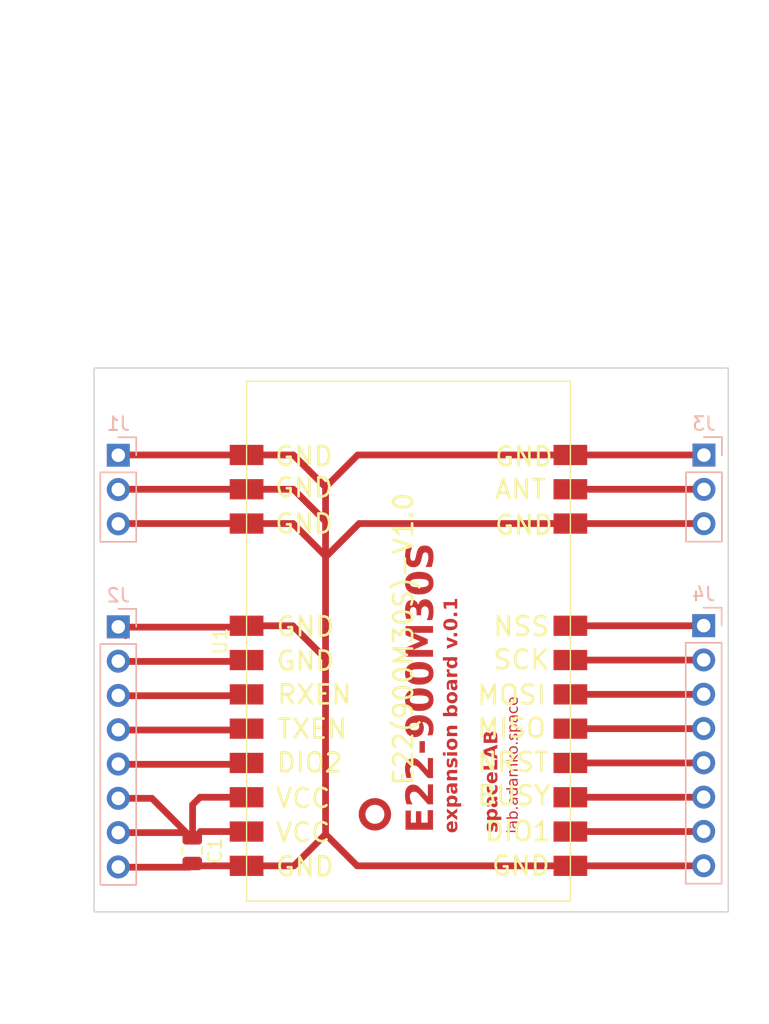
<source format=kicad_pcb>
(kicad_pcb (version 20240108) (generator "pcbnew") (generator_version "8.0")
  (layers (0 "F.Cu" signal) (31 "B.Cu" signal) (34 "B.Paste" user) (35 "F.Paste" user) (36 "B.SilkS" user "B.Silkscreen") (37 "F.SilkS" user "F.Silkscreen") (38 "B.Mask" user) (39 "F.Mask" user) (44 "Edge.Cuts" user))
  (net 0 "")
  (net 1 "/GND")
  (net 2 "/VCC")
  (net 3 "/TXEN")
  (net 4 "/DIO2")
  (net 5 "/RXEN")
  (net 6 "/ANT")
  (net 7 "/SCK")
  (net 8 "/NSS")
  (net 9 "/DIO1")
  (net 10 "/MOSI")
  (net 11 "/NRST")
  (net 12 "/MISO")
  (net 13 "/BUSY")
  (footprint "Capacitor_SMD:C_0805_2012Metric" (layer "F.Cu") (at 220.853 144.1958 -90)
    (property "Reference" "C1" (at 0 -1.68 -90) (layer "F.SilkS"))
    (property "Value" "100nf")
    (fp_line (start -0.261252 0.735) (end 0.261252 0.735) (stroke (width 0.12)) (layer "F.SilkS"))
    (fp_line (start -0.261252 -0.735) (end 0.261252 -0.735) (stroke (width 0.12)) (layer "F.SilkS"))
    (pad "1" smd roundrect (at -0.95 0 270) (size 1 1.45) (layers "F.Cu" "F.Paste" "F.Mask") (net 2 "/VCC"))
    (pad "2" smd roundrect (at 0.95 0 270) (size 1 1.45) (layers "F.Cu" "F.Paste" "F.Mask") (net 1 "/GND"))
  )
  (footprint "e22:PE22(400M30S)" (layer "F.Cu") (at 224.88 114.89 90)
    (property "Reference" "U1" (at -13.79 -1.95 90) (layer "F.SilkS"))
    (property "Value" "e22900m30s" (hide yes))
    (fp_line (start -33.04 0) (end 5.46 0) (stroke (width 0.1)) (layer "F.SilkS"))
    (fp_line (start 5.46 24) (end 5.46 0) (stroke (width 0.1)) (layer "F.SilkS"))
    (fp_line (start -33.04 24) (end -33.04 0) (stroke (width 0.1)) (layer "F.SilkS"))
    (fp_line (start -33.04 24) (end 5.46 24) (stroke (width 0.1)) (layer "F.SilkS"))
    (fp_text user "MOSI" (at -18.58797 16.9788 0) (layer "F.SilkS") (effects (font (size 1.4 1.4) (thickness 0.2)) (justify left bottom)))
    (fp_text user "DIO2" (at -23.60983 2.11724 0) (layer "F.SilkS") (effects (font (size 1.4 1.4) (thickness 0.2)) (justify left bottom)))
    (fp_text user "GND" (at -16.07045 2.09595 0) (layer "F.SilkS") (effects (font (size 1.4 1.4) (thickness 0.2)) (justify left bottom)))
    (fp_text user "E22(900M30S)-V1.0" (at -24.599 12.4495 90) (layer "F.SilkS") (effects (font (size 1.4 1.4) (thickness 0.2)) (justify left bottom)))
    (fp_text user "NRST" (at -23.57763 16.9788 0) (layer "F.SilkS") (effects (font (size 1.4 1.4) (thickness 0.2)) (justify left bottom)))
    (fp_text user "DIO1" (at -28.70328 17.5518 0) (layer "F.SilkS") (effects (font (size 1.4 1.4) (thickness 0.2)) (justify left bottom)))
    (fp_text user "GND" (at -6.0151 18.2908 0) (layer "F.SilkS") (effects (font (size 1.4 1.4) (thickness 0.2)) (justify left bottom)))
    (fp_text user "TXEN" (at -21.1067 2.1695 0) (layer "F.SilkS") (effects (font (size 1.4 1.4) (thickness 0.2)) (justify left bottom)))
    (fp_text user "GND" (at -0.9465 18.2908 0) (layer "F.SilkS") (effects (font (size 1.4 1.4) (thickness 0.2)) (justify left bottom)))
    (fp_text user "RXEN" (at -18.57357 2.1695 0) (layer "F.SilkS") (effects (font (size 1.4 1.4) (thickness 0.2)) (justify left bottom)))
    (fp_text user "VCC" (at -28.78108 2.05095 0) (layer "F.SilkS") (effects (font (size 1.4 1.4) (thickness 0.2)) (justify left bottom)))
    (fp_text user "GND" (at -0.9191 1.99095 0) (layer "F.SilkS") (effects (font (size 1.4 1.4) (thickness 0.2)) (justify left bottom)))
    (fp_text user "NSS" (at -13.52232 18.1698 0) (layer "F.SilkS") (effects (font (size 1.4 1.4) (thickness 0.2)) (justify left bottom)))
    (fp_text user "GND" (at -13.53732 2.09595 0) (layer "F.SilkS") (effects (font (size 1.4 1.4) (thickness 0.2)) (justify left bottom)))
    (fp_text user "VCC" (at -26.24795 2.05095 0) (layer "F.SilkS") (effects (font (size 1.4 1.4) (thickness 0.2)) (justify left bottom)))
    (fp_text user "MISO" (at -21.0528 16.9788 0) (layer "F.SilkS") (effects (font (size 1.4 1.4) (thickness 0.2)) (justify left bottom)))
    (fp_text user "GND" (at -31.2505 18.064 0) (layer "F.SilkS") (effects (font (size 1.4 1.4) (thickness 0.2)) (justify left bottom)))
    (fp_text user "GND" (at -3.2416 1.99095 0) (layer "F.SilkS") (effects (font (size 1.4 1.4) (thickness 0.2)) (justify left bottom)))
    (fp_text user "SCK" (at -15.98715 18.1698 0) (layer "F.SilkS") (effects (font (size 1.4 1.4) (thickness 0.2)) (justify left bottom)))
    (fp_text user "ANT" (at -3.37377 18.2908 0) (layer "F.SilkS") (effects (font (size 1.4 1.4) (thickness 0.2)) (justify left bottom)))
    (fp_text user "BUSY" (at -26.04245 16.9788 0) (layer "F.SilkS") (effects (font (size 1.4 1.4) (thickness 0.2)) (justify left bottom)))
    (fp_text user "GND" (at -5.9147 1.99095 0) (layer "F.SilkS") (effects (font (size 1.4 1.4) (thickness 0.2)) (justify left bottom)))
    (fp_text user "GND" (at -31.31421 2.05095 0) (layer "F.SilkS") (effects (font (size 1.4 1.4) (thickness 0.2)) (justify left bottom)))
    (pad "1" smd rect (at 0 0) (size 2.5 1.5) (layers "F.Cu" "F.Paste" "F.Mask") (net 1 "/GND"))
    (pad "2" smd rect (at -2.54 0) (size 2.5 1.5) (layers "F.Cu" "F.Paste" "F.Mask") (net 1 "/GND"))
    (pad "3" smd rect (at -5.08 0) (size 2.5 1.5) (layers "F.Cu" "F.Paste" "F.Mask") (net 1 "/GND"))
    (pad "4" smd rect (at -12.65 0 180) (size 2.5 1.5) (layers "F.Cu" "F.Paste" "F.Mask") (net 1 "/GND"))
    (pad "5" smd rect (at -15.19 0 180) (size 2.5 1.5) (layers "F.Cu" "F.Paste" "F.Mask") (net 1 "/GND"))
    (pad "6" smd rect (at -17.73 0 180) (size 2.5 1.5) (layers "F.Cu" "F.Paste" "F.Mask") (net 5 "/RXEN"))
    (pad "7" smd rect (at -20.27 0 180) (size 2.5 1.5) (layers "F.Cu" "F.Paste" "F.Mask") (net 3 "/TXEN"))
    (pad "8" smd rect (at -22.81 0 180) (size 2.5 1.5) (layers "F.Cu" "F.Paste" "F.Mask") (net 4 "/DIO2"))
    (pad "9" smd rect (at -25.35 0 180) (size 2.5 1.5) (layers "F.Cu" "F.Paste" "F.Mask") (net 2 "/VCC"))
    (pad "10" smd rect (at -27.89 0 180) (size 2.5 1.5) (layers "F.Cu" "F.Paste" "F.Mask") (net 2 "/VCC"))
    (pad "11" smd rect (at -30.43 0 180) (size 2.5 1.5) (layers "F.Cu" "F.Paste" "F.Mask") (net 1 "/GND"))
    (pad "12" smd rect (at -30.43 24 180) (size 2.5 1.5) (layers "F.Cu" "F.Paste" "F.Mask") (net 1 "/GND"))
    (pad "13" smd rect (at -27.89 24 180) (size 2.5 1.5) (layers "F.Cu" "F.Paste" "F.Mask") (net 9 "/DIO1"))
    (pad "14" smd rect (at -25.35 24 180) (size 2.5 1.5) (layers "F.Cu" "F.Paste" "F.Mask") (net 13 "/BUSY"))
    (pad "15" smd rect (at -22.81 24 180) (size 2.5 1.5) (layers "F.Cu" "F.Paste" "F.Mask") (net 11 "/NRST"))
    (pad "16" smd rect (at -20.27 24 180) (size 2.5 1.5) (layers "F.Cu" "F.Paste" "F.Mask") (net 12 "/MISO"))
    (pad "17" smd rect (at -17.73 24 180) (size 2.5 1.5) (layers "F.Cu" "F.Paste" "F.Mask") (net 10 "/MOSI"))
    (pad "18" smd rect (at -15.19 24 180) (size 2.5 1.5) (layers "F.Cu" "F.Paste" "F.Mask") (net 7 "/SCK"))
    (pad "19" smd rect (at -12.65 24 180) (size 2.5 1.5) (layers "F.Cu" "F.Paste" "F.Mask") (net 8 "/NSS"))
    (pad "20" smd rect (at -5.08 24) (size 2.5 1.5) (layers "F.Cu" "F.Paste" "F.Mask") (net 1 "/GND"))
    (pad "21" smd rect (at -2.54 24) (size 2.5 1.5) (layers "F.Cu" "F.Paste" "F.Mask") (net 6 "/ANT"))
    (pad "22" smd rect (at 0 24) (size 2.5 1.5) (layers "F.Cu" "F.Paste" "F.Mask") (net 1 "/GND"))
  )
  (footprint "Connector_PinHeader_2.54mm:PinHeader_1x03_P2.54mm_Vertical" (layer "B.Cu") (at 258.78 114.9 180)
    (property "Reference" "J3" (at 0 2.33 0) (layer "B.SilkS") (effects (justify mirror)))
    (property "Value" "3pin Header 2.54" (hide yes))
    (fp_line (start 1.33 -1.27) (end -1.33 -1.27) (stroke (width 0.12)) (layer "B.SilkS"))
    (fp_line (start 1.33 -6.41) (end 1.33 -1.27) (stroke (width 0.12)) (layer "B.SilkS"))
    (fp_line (start 1.33 -6.41) (end -1.33 -6.41) (stroke (width 0.12)) (layer "B.SilkS"))
    (fp_line (start 0 1.33) (end -1.33 1.33) (stroke (width 0.12)) (layer "B.SilkS"))
    (fp_line (start -1.33 1.33) (end -1.33 0) (stroke (width 0.12)) (layer "B.SilkS"))
    (fp_line (start -1.33 -6.41) (end -1.33 -1.27) (stroke (width 0.12)) (layer "B.SilkS"))
    (pad "1" thru_hole rect (at 0 0 180) (size 1.7 1.7) (drill 1) (layers "*.Cu" "*.Mask") (net 1 "/GND"))
    (pad "2" thru_hole oval (at 0 -2.54 180) (size 1.7 1.7) (drill 1) (layers "*.Cu" "*.Mask") (net 6 "/ANT"))
    (pad "3" thru_hole oval (at 0 -5.08 180) (size 1.7 1.7) (drill 1) (layers "*.Cu" "*.Mask") (net 1 "/GND"))
  )
  (footprint "Connector_PinHeader_2.54mm:PinHeader_1x08_P2.54mm_Vertical" (layer "B.Cu") (at 215.37 127.62 180)
    (property "Reference" "J2" (at 0 2.33 0) (layer "B.SilkS") (effects (justify mirror)))
    (property "Value" "8pin Header 2.54" (hide yes))
    (fp_line (start 1.33 -1.27) (end -1.33 -1.27) (stroke (width 0.12)) (layer "B.SilkS"))
    (fp_line (start 1.33 -19.11) (end 1.33 -1.27) (stroke (width 0.12)) (layer "B.SilkS"))
    (fp_line (start 1.33 -19.11) (end -1.33 -19.11) (stroke (width 0.12)) (layer "B.SilkS"))
    (fp_line (start 0 1.33) (end -1.33 1.33) (stroke (width 0.12)) (layer "B.SilkS"))
    (fp_line (start -1.33 1.33) (end -1.33 0) (stroke (width 0.12)) (layer "B.SilkS"))
    (fp_line (start -1.33 -19.11) (end -1.33 -1.27) (stroke (width 0.12)) (layer "B.SilkS"))
    (pad "1" thru_hole rect (at 0 0 180) (size 1.7 1.7) (drill 1) (layers "*.Cu" "*.Mask") (net 1 "/GND"))
    (pad "2" thru_hole oval (at 0 -2.54 180) (size 1.7 1.7) (drill 1) (layers "*.Cu" "*.Mask") (net 1 "/GND"))
    (pad "3" thru_hole oval (at 0 -5.08 180) (size 1.7 1.7) (drill 1) (layers "*.Cu" "*.Mask") (net 5 "/RXEN"))
    (pad "4" thru_hole oval (at 0 -7.62 180) (size 1.7 1.7) (drill 1) (layers "*.Cu" "*.Mask") (net 3 "/TXEN"))
    (pad "5" thru_hole oval (at 0 -10.16 180) (size 1.7 1.7) (drill 1) (layers "*.Cu" "*.Mask") (net 4 "/DIO2"))
    (pad "6" thru_hole oval (at 0 -12.7 180) (size 1.7 1.7) (drill 1) (layers "*.Cu" "*.Mask") (net 2 "/VCC"))
    (pad "7" thru_hole oval (at 0 -15.24 180) (size 1.7 1.7) (drill 1) (layers "*.Cu" "*.Mask") (net 2 "/VCC"))
    (pad "8" thru_hole oval (at 0 -17.78 180) (size 1.7 1.7) (drill 1) (layers "*.Cu" "*.Mask") (net 1 "/GND"))
  )
  (footprint "Connector_PinHeader_2.54mm:PinHeader_1x08_P2.54mm_Vertical" (layer "B.Cu") (at 258.76 127.53 180)
    (property "Reference" "J4" (at 0 2.33 0) (layer "B.SilkS") (effects (justify mirror)))
    (property "Value" "8pin Header 2.54" (hide yes))
    (fp_line (start 1.33 -1.27) (end -1.33 -1.27) (stroke (width 0.12)) (layer "B.SilkS"))
    (fp_line (start 1.33 -19.11) (end 1.33 -1.27) (stroke (width 0.12)) (layer "B.SilkS"))
    (fp_line (start 1.33 -19.11) (end -1.33 -19.11) (stroke (width 0.12)) (layer "B.SilkS"))
    (fp_line (start 0 1.33) (end -1.33 1.33) (stroke (width 0.12)) (layer "B.SilkS"))
    (fp_line (start -1.33 1.33) (end -1.33 0) (stroke (width 0.12)) (layer "B.SilkS"))
    (fp_line (start -1.33 -19.11) (end -1.33 -1.27) (stroke (width 0.12)) (layer "B.SilkS"))
    (pad "1" thru_hole rect (at 0 0 180) (size 1.7 1.7) (drill 1) (layers "*.Cu" "*.Mask") (net 8 "/NSS"))
    (pad "2" thru_hole oval (at 0 -2.54 180) (size 1.7 1.7) (drill 1) (layers "*.Cu" "*.Mask") (net 7 "/SCK"))
    (pad "3" thru_hole oval (at 0 -5.08 180) (size 1.7 1.7) (drill 1) (layers "*.Cu" "*.Mask") (net 10 "/MOSI"))
    (pad "4" thru_hole oval (at 0 -7.62 180) (size 1.7 1.7) (drill 1) (layers "*.Cu" "*.Mask") (net 12 "/MISO"))
    (pad "5" thru_hole oval (at 0 -10.16 180) (size 1.7 1.7) (drill 1) (layers "*.Cu" "*.Mask") (net 11 "/NRST"))
    (pad "6" thru_hole oval (at 0 -12.7 180) (size 1.7 1.7) (drill 1) (layers "*.Cu" "*.Mask") (net 13 "/BUSY"))
    (pad "7" thru_hole oval (at 0 -15.24 180) (size 1.7 1.7) (drill 1) (layers "*.Cu" "*.Mask") (net 9 "/DIO1"))
    (pad "8" thru_hole oval (at 0 -17.78 180) (size 1.7 1.7) (drill 1) (layers "*.Cu" "*.Mask") (net 1 "/GND"))
  )
  (footprint "Connector_PinHeader_2.54mm:PinHeader_1x03_P2.54mm_Vertical" (layer "B.Cu") (at 215.37 114.91 180)
    (property "Reference" "J1" (at 0 2.33 0) (layer "B.SilkS") (effects (justify mirror)))
    (property "Value" "3pin Header 2.54" (hide yes))
    (fp_line (start 1.33 -1.27) (end -1.33 -1.27) (stroke (width 0.12)) (layer "B.SilkS"))
    (fp_line (start 1.33 -6.41) (end 1.33 -1.27) (stroke (width 0.12)) (layer "B.SilkS"))
    (fp_line (start 1.33 -6.41) (end -1.33 -6.41) (stroke (width 0.12)) (layer "B.SilkS"))
    (fp_line (start 0 1.33) (end -1.33 1.33) (stroke (width 0.12)) (layer "B.SilkS"))
    (fp_line (start -1.33 1.33) (end -1.33 0) (stroke (width 0.12)) (layer "B.SilkS"))
    (fp_line (start -1.33 -6.41) (end -1.33 -1.27) (stroke (width 0.12)) (layer "B.SilkS"))
    (pad "1" thru_hole rect (at 0 0 180) (size 1.7 1.7) (drill 1) (layers "*.Cu" "*.Mask") (net 1 "/GND"))
    (pad "2" thru_hole oval (at 0 -2.54 180) (size 1.7 1.7) (drill 1) (layers "*.Cu" "*.Mask") (net 1 "/GND"))
    (pad "3" thru_hole oval (at 0 -5.08 180) (size 1.7 1.7) (drill 1) (layers "*.Cu" "*.Mask") (net 1 "/GND"))
  )
  (gr_circle (center 234.3912 141.5034) (end 235.0516 142.1892) (stroke (width 0.5)) (fill none) (layer "F.Cu"))
  (gr_rect (start 213.58 108.45) (end 260.58 148.73) (stroke (width 0.1)) (fill none) (layer "Edge.Cuts"))
  (gr_text "E22-900M30S" (at 239.0394 142.9004 90) (layer "F.Cu") (effects (font (size 2 2) (thickness 0.2) (bold yes)) (justify left bottom)))
  (gr_text "spaceLAB" (at 243.6368 142.875 90) (layer "F.Cu") (effects (font (size 1 1) (thickness 0.2) (bold yes)) (justify left bottom)))
  (gr_text "expansion board v.0.1" (at 240.665 142.9004 90) (layer "F.Cu") (effects (font (size 1 1) (thickness 0.2) (bold yes)) (justify left bottom)))
  (gr_text "lab.adamko.space" (at 245.11 142.9258 90) (layer "F.Cu") (effects (font (size 0.8 0.8) (thickness 0.125)) (justify left bottom)))
  (segment (start 233.0772 145.32) (end 230.7336 142.9764) (width 0.5) (layer "F.Cu") (net 1))
  (segment (start 233.217 119.97) (end 230.7336 122.4534) (width 0.5) (layer "F.Cu") (net 1))
  (segment (start 221.172 145.35) (end 221.202 145.32) (width 0.2) (layer "F.Cu") (net 1))
  (segment (start 248.88 145.32) (end 233.0772 145.32) (width 0.5) (layer "F.Cu") (net 1))
  (segment (start 228.3402 117.43) (end 228.346 117.4242) (width 0.2) (layer "F.Cu") (net 1))
  (segment (start 224.88 114.89) (end 228.3402 114.89) (width 0.5) (layer "F.Cu") (net 1))
  (segment (start 215.39 119.97) (end 215.37 119.99) (width 0.2) (layer "F.Cu") (net 1))
  (segment (start 224.88 127.54) (end 228.3018 127.54) (width 0.5) (layer "F.Cu") (net 1))
  (segment (start 215.39 114.89) (end 215.37 114.91) (width 0.2) (layer "F.Cu") (net 1))
  (segment (start 224.78 130.18) (end 224.88 130.08) (width 0.2) (layer "F.Cu") (net 1))
  (segment (start 215.39 117.43) (end 215.37 117.45) (width 0.2) (layer "F.Cu") (net 1))
  (segment (start 228.3264 119.97) (end 230.7336 122.3772) (width 0.5) (layer "F.Cu") (net 1))
  (segment (start 228.346 117.4242) (end 230.7336 119.8118) (width 0.5) (layer "F.Cu") (net 1))
  (segment (start 258.75 145.32) (end 258.76 145.31) (width 0.2) (layer "F.Cu") (net 1))
  (segment (start 230.7336 119.8118) (end 230.7336 119.9134) (width 0.2) (layer "F.Cu") (net 1))
  (segment (start 230.7336 142.9764) (end 230.7336 130.4036) (width 0.5) (layer "F.Cu") (net 1))
  (segment (start 220.72 145.35) (end 221.172 145.35) (width 0.2) (layer "F.Cu") (net 1))
  (segment (start 215.44 127.64) (end 224.78 127.64) (width 0.5) (layer "F.Cu") (net 1))
  (segment (start 248.88 145.32) (end 258.75 145.32) (width 0.5) (layer "F.Cu") (net 1))
  (segment (start 230.7336 122.3772) (end 230.7336 122.4534) (width 0.2) (layer "F.Cu") (net 1))
  (segment (start 230.7336 129.9718) (end 230.7336 130.4036) (width 0.2) (layer "F.Cu") (net 1))
  (segment (start 224.78 127.64) (end 224.88 127.54) (width 0.2) (layer "F.Cu") (net 1))
  (segment (start 233.1154 114.89) (end 248.88 114.89) (width 0.5) (layer "F.Cu") (net 1))
  (segment (start 224.88 119.97) (end 215.39 119.97) (width 0.5) (layer "F.Cu") (net 1))
  (segment (start 230.7336 117.2718) (end 230.7336 117.3734) (width 0.2) (layer "F.Cu") (net 1))
  (segment (start 230.7336 122.4534) (end 230.7336 119.9134) (width 0.5) (layer "F.Cu") (net 1))
  (segment (start 215.44 130.18) (end 224.78 130.18) (width 0.5) (layer "F.Cu") (net 1))
  (segment (start 215.44 145.42) (end 220.65 145.42) (width 0.5) (layer "F.Cu") (net 1))
  (segment (start 230.7336 117.2718) (end 233.1154 114.89) (width 0.5) (layer "F.Cu") (net 1))
  (segment (start 215.91 128.43) (end 215.385 127.905) (width 0.2) (layer "F.Cu") (net 1))
  (segment (start 248.88 119.97) (end 233.217 119.97) (width 0.5) (layer "F.Cu") (net 1))
  (segment (start 258.65 119.97) (end 258.69 119.93) (width 0.2) (layer "F.Cu") (net 1))
  (segment (start 228.346 114.8842) (end 230.7336 117.2718) (width 0.5) (layer "F.Cu") (net 1))
  (segment (start 248.88 114.89) (end 258.65 114.89) (width 0.5) (layer "F.Cu") (net 1))
  (segment (start 258.65 114.89) (end 258.69 114.85) (width 0.2) (layer "F.Cu") (net 1))
  (segment (start 230.7336 119.9134) (end 230.7336 117.3734) (width 0.5) (layer "F.Cu") (net 1))
  (segment (start 224.88 114.89) (end 215.39 114.89) (width 0.5) (layer "F.Cu") (net 1))
  (segment (start 224.88 117.43) (end 215.39 117.43) (width 0.5) (layer "F.Cu") (net 1))
  (segment (start 220.65 145.42) (end 220.72 145.35) (width 0.2) (layer "F.Cu") (net 1))
  (segment (start 230.7336 130.4036) (end 230.7336 122.4534) (width 0.5) (layer "F.Cu") (net 1))
  (segment (start 228.3018 127.54) (end 230.7336 129.9718) (width 0.5) (layer "F.Cu") (net 1))
  (segment (start 228.3402 114.89) (end 228.346 114.8842) (width 0.2) (layer "F.Cu") (net 1))
  (segment (start 248.88 119.97) (end 258.65 119.97) (width 0.5) (layer "F.Cu") (net 1))
  (segment (start 224.88 119.97) (end 228.3264 119.97) (width 0.5) (layer "F.Cu") (net 1))
  (segment (start 221.202 145.32) (end 224.88 145.32) (width 0.5) (layer "F.Cu") (net 1))
  (segment (start 228.39 145.32) (end 224.88 145.32) (width 0.5) (layer "F.Cu") (net 1))
  (segment (start 228.39 145.32) (end 230.7336 142.9764) (width 0.5) (layer "F.Cu") (net 1))
  (segment (start 224.88 117.43) (end 228.3402 117.43) (width 0.5) (layer "F.Cu") (net 1))
  (segment (start 224.88 140.24) (end 221.4306 140.24) (width 0.5) (layer "F.Cu") (net 2))
  (segment (start 221.4306 140.24) (end 220.8784 140.7922) (width 0.5) (layer "F.Cu") (net 2))
  (segment (start 220.8784 140.7922) (end 220.8784 143.3474) (width 0.5) (layer "F.Cu") (net 2))
  (segment (start 215.52 143.28) (end 215.385 143.145) (width 0.2) (layer "F.Cu") (net 2))
  (segment (start 224.88 142.78) (end 221.4458 142.78) (width 0.5) (layer "F.Cu") (net 2))
  (segment (start 217.8662 140.32) (end 220.4062 142.86) (width 0.5) (layer "F.Cu") (net 2))
  (segment (start 221.4458 142.78) (end 220.8784 143.3474) (width 0.2) (layer "F.Cu") (net 2))
  (segment (start 215.37 140.32) (end 217.8662 140.32) (width 0.5) (layer "F.Cu") (net 2))
  (segment (start 220.4062 142.86) (end 215.37 142.86) (width 0.5) (layer "F.Cu") (net 2))
  (segment (start 224.78 135.26) (end 224.88 135.16) (width 0.2) (layer "F.Cu") (net 3))
  (segment (start 215.44 135.26) (end 224.78 135.26) (width 0.5) (layer "F.Cu") (net 3))
  (segment (start 224.78 137.8) (end 224.88 137.7) (width 0.2) (layer "F.Cu") (net 4))
  (segment (start 215.44 137.8) (end 224.78 137.8) (width 0.5) (layer "F.Cu") (net 4))
  (segment (start 224.78 132.72) (end 224.88 132.62) (width 0.2) (layer "F.Cu") (net 5))
  (segment (start 215.44 132.72) (end 224.78 132.72) (width 0.5) (layer "F.Cu") (net 5))
  (segment (start 248.88 117.43) (end 258.65 117.43) (width 0.5) (layer "F.Cu") (net 6))
  (segment (start 258.65 117.43) (end 258.69 117.39) (width 0.2) (layer "F.Cu") (net 6))
  (segment (start 258.75 130.08) (end 258.76 130.07) (width 0.2) (layer "F.Cu") (net 7))
  (segment (start 248.88 130.08) (end 258.75 130.08) (width 0.5) (layer "F.Cu") (net 7))
  (segment (start 258.75 127.54) (end 258.76 127.53) (width 0.2) (layer "F.Cu") (net 8))
  (segment (start 248.88 127.54) (end 258.75 127.54) (width 0.5) (layer "F.Cu") (net 8))
  (segment (start 248.88 142.78) (end 258.75 142.78) (width 0.5) (layer "F.Cu") (net 9))
  (segment (start 258.75 142.78) (end 258.76 142.77) (width 0.2) (layer "F.Cu") (net 9))
  (segment (start 248.88 132.62) (end 258.75 132.62) (width 0.5) (layer "F.Cu") (net 10))
  (segment (start 258.75 132.62) (end 258.76 132.61) (width 0.2) (layer "F.Cu") (net 10))
  (segment (start 248.88 137.7) (end 258.75 137.7) (width 0.5) (layer "F.Cu") (net 11))
  (segment (start 258.75 137.7) (end 258.76 137.69) (width 0.2) (layer "F.Cu") (net 11))
  (segment (start 258.75 135.16) (end 258.76 135.15) (width 0.2) (layer "F.Cu") (net 12))
  (segment (start 248.88 135.16) (end 258.75 135.16) (width 0.5) (layer "F.Cu") (net 12))
  (segment (start 248.88 140.24) (end 258.75 140.24) (width 0.5) (layer "F.Cu") (net 13))
  (segment (start 258.75 140.24) (end 258.76 140.23) (width 0.2) (layer "F.Cu") (net 13))
)
</source>
